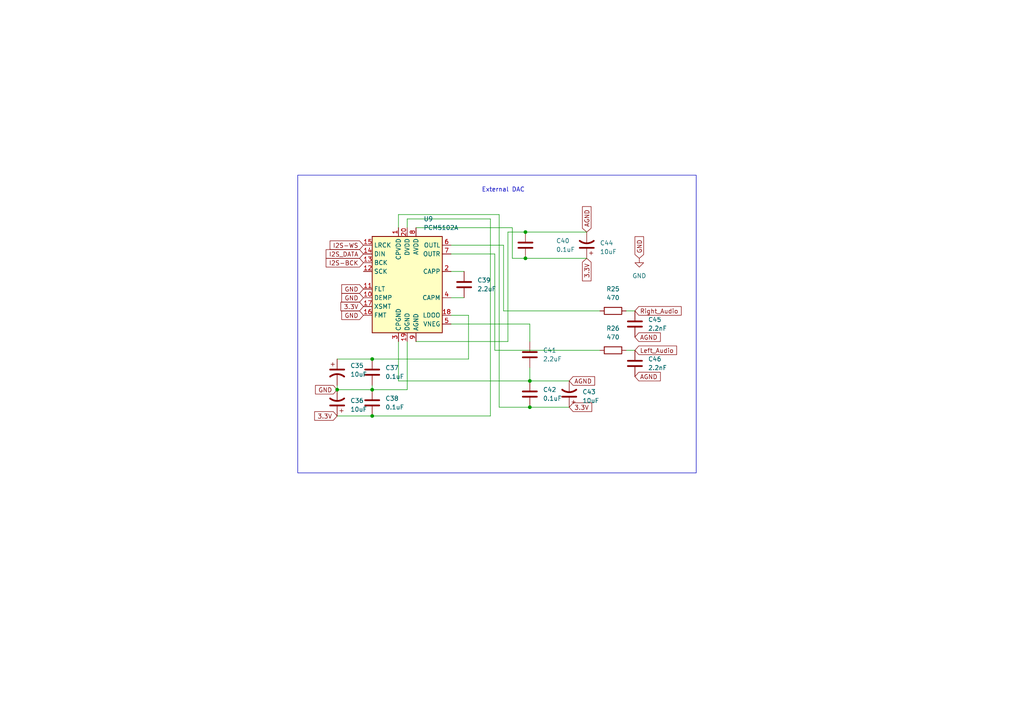
<source format=kicad_sch>
(kicad_sch (version 20230121) (generator eeschema)

  (uuid e00c110b-80b5-45b2-af76-2f8798159779)

  (paper "A4")

  (lib_symbols
    (symbol "Audio:PCM5102A" (in_bom yes) (on_board yes)
      (property "Reference" "U" (at -10.16 13.97 0)
        (effects (font (size 1.27 1.27)) (justify left))
      )
      (property "Value" "PCM5102A" (at 3.81 13.97 0)
        (effects (font (size 1.27 1.27)) (justify left))
      )
      (property "Footprint" "Package_SO:TSSOP-20_4.4x6.5mm_P0.65mm" (at 25.4 -16.51 0)
        (effects (font (size 1.27 1.27)) hide)
      )
      (property "Datasheet" "https://www.ti.com/lit/ds/symlink/pcm5102a.pdf" (at 0 0 0)
        (effects (font (size 1.27 1.27)) hide)
      )
      (property "ki_keywords" "audio dac 2ch 32bit 384kHz" (at 0 0 0)
        (effects (font (size 1.27 1.27)) hide)
      )
      (property "ki_description" "2.1 VRMS, 112dB Audio Stereo DAC with PLL and 32-bit, 384kHz PCM Interface, TSSOP-20" (at 0 0 0)
        (effects (font (size 1.27 1.27)) hide)
      )
      (property "ki_fp_filters" "TSSOP*4.4x6.5mm*P0.65mm*" (at 0 0 0)
        (effects (font (size 1.27 1.27)) hide)
      )
      (symbol "PCM5102A_0_1"
        (rectangle (start -10.16 12.7) (end 10.16 -15.24)
          (stroke (width 0.254) (type default))
          (fill (type background))
        )
      )
      (symbol "PCM5102A_1_1"
        (pin passive line (at -2.54 15.24 270) (length 2.54)
          (name "CPVDD" (effects (font (size 1.27 1.27))))
          (number "1" (effects (font (size 1.27 1.27))))
        )
        (pin input line (at -12.7 -5.08 0) (length 2.54)
          (name "DEMP" (effects (font (size 1.27 1.27))))
          (number "10" (effects (font (size 1.27 1.27))))
        )
        (pin input line (at -12.7 -2.54 0) (length 2.54)
          (name "FLT" (effects (font (size 1.27 1.27))))
          (number "11" (effects (font (size 1.27 1.27))))
        )
        (pin input line (at -12.7 2.54 0) (length 2.54)
          (name "SCK" (effects (font (size 1.27 1.27))))
          (number "12" (effects (font (size 1.27 1.27))))
        )
        (pin input line (at -12.7 5.08 0) (length 2.54)
          (name "BCK" (effects (font (size 1.27 1.27))))
          (number "13" (effects (font (size 1.27 1.27))))
        )
        (pin input line (at -12.7 7.62 0) (length 2.54)
          (name "DIN" (effects (font (size 1.27 1.27))))
          (number "14" (effects (font (size 1.27 1.27))))
        )
        (pin input line (at -12.7 10.16 0) (length 2.54)
          (name "LRCK" (effects (font (size 1.27 1.27))))
          (number "15" (effects (font (size 1.27 1.27))))
        )
        (pin input line (at -12.7 -10.16 0) (length 2.54)
          (name "FMT" (effects (font (size 1.27 1.27))))
          (number "16" (effects (font (size 1.27 1.27))))
        )
        (pin input line (at -12.7 -7.62 0) (length 2.54)
          (name "XSMT" (effects (font (size 1.27 1.27))))
          (number "17" (effects (font (size 1.27 1.27))))
        )
        (pin passive line (at 12.7 -10.16 180) (length 2.54)
          (name "LDOO" (effects (font (size 1.27 1.27))))
          (number "18" (effects (font (size 1.27 1.27))))
        )
        (pin power_in line (at 0 -17.78 90) (length 2.54)
          (name "DGND" (effects (font (size 1.27 1.27))))
          (number "19" (effects (font (size 1.27 1.27))))
        )
        (pin passive line (at 12.7 2.54 180) (length 2.54)
          (name "CAPP" (effects (font (size 1.27 1.27))))
          (number "2" (effects (font (size 1.27 1.27))))
        )
        (pin power_in line (at 0 15.24 270) (length 2.54)
          (name "DVDD" (effects (font (size 1.27 1.27))))
          (number "20" (effects (font (size 1.27 1.27))))
        )
        (pin power_in line (at -2.54 -17.78 90) (length 2.54)
          (name "CPGND" (effects (font (size 1.27 1.27))))
          (number "3" (effects (font (size 1.27 1.27))))
        )
        (pin passive line (at 12.7 -5.08 180) (length 2.54)
          (name "CAPM" (effects (font (size 1.27 1.27))))
          (number "4" (effects (font (size 1.27 1.27))))
        )
        (pin passive line (at 12.7 -12.7 180) (length 2.54)
          (name "VNEG" (effects (font (size 1.27 1.27))))
          (number "5" (effects (font (size 1.27 1.27))))
        )
        (pin output line (at 12.7 10.16 180) (length 2.54)
          (name "OUTL" (effects (font (size 1.27 1.27))))
          (number "6" (effects (font (size 1.27 1.27))))
        )
        (pin output line (at 12.7 7.62 180) (length 2.54)
          (name "OUTR" (effects (font (size 1.27 1.27))))
          (number "7" (effects (font (size 1.27 1.27))))
        )
        (pin power_in line (at 2.54 15.24 270) (length 2.54)
          (name "AVDD" (effects (font (size 1.27 1.27))))
          (number "8" (effects (font (size 1.27 1.27))))
        )
        (pin power_in line (at 2.54 -17.78 90) (length 2.54)
          (name "AGND" (effects (font (size 1.27 1.27))))
          (number "9" (effects (font (size 1.27 1.27))))
        )
      )
    )
    (symbol "Device:C" (pin_numbers hide) (pin_names (offset 0.254)) (in_bom yes) (on_board yes)
      (property "Reference" "C" (at 0.635 2.54 0)
        (effects (font (size 1.27 1.27)) (justify left))
      )
      (property "Value" "C" (at 0.635 -2.54 0)
        (effects (font (size 1.27 1.27)) (justify left))
      )
      (property "Footprint" "" (at 0.9652 -3.81 0)
        (effects (font (size 1.27 1.27)) hide)
      )
      (property "Datasheet" "~" (at 0 0 0)
        (effects (font (size 1.27 1.27)) hide)
      )
      (property "ki_keywords" "cap capacitor" (at 0 0 0)
        (effects (font (size 1.27 1.27)) hide)
      )
      (property "ki_description" "Unpolarized capacitor" (at 0 0 0)
        (effects (font (size 1.27 1.27)) hide)
      )
      (property "ki_fp_filters" "C_*" (at 0 0 0)
        (effects (font (size 1.27 1.27)) hide)
      )
      (symbol "C_0_1"
        (polyline
          (pts
            (xy -2.032 -0.762)
            (xy 2.032 -0.762)
          )
          (stroke (width 0.508) (type default))
          (fill (type none))
        )
        (polyline
          (pts
            (xy -2.032 0.762)
            (xy 2.032 0.762)
          )
          (stroke (width 0.508) (type default))
          (fill (type none))
        )
      )
      (symbol "C_1_1"
        (pin passive line (at 0 3.81 270) (length 2.794)
          (name "~" (effects (font (size 1.27 1.27))))
          (number "1" (effects (font (size 1.27 1.27))))
        )
        (pin passive line (at 0 -3.81 90) (length 2.794)
          (name "~" (effects (font (size 1.27 1.27))))
          (number "2" (effects (font (size 1.27 1.27))))
        )
      )
    )
    (symbol "Device:C_Polarized_US" (pin_numbers hide) (pin_names (offset 0.254) hide) (in_bom yes) (on_board yes)
      (property "Reference" "C" (at 0.635 2.54 0)
        (effects (font (size 1.27 1.27)) (justify left))
      )
      (property "Value" "C_Polarized_US" (at 0.635 -2.54 0)
        (effects (font (size 1.27 1.27)) (justify left))
      )
      (property "Footprint" "" (at 0 0 0)
        (effects (font (size 1.27 1.27)) hide)
      )
      (property "Datasheet" "~" (at 0 0 0)
        (effects (font (size 1.27 1.27)) hide)
      )
      (property "ki_keywords" "cap capacitor" (at 0 0 0)
        (effects (font (size 1.27 1.27)) hide)
      )
      (property "ki_description" "Polarized capacitor, US symbol" (at 0 0 0)
        (effects (font (size 1.27 1.27)) hide)
      )
      (property "ki_fp_filters" "CP_*" (at 0 0 0)
        (effects (font (size 1.27 1.27)) hide)
      )
      (symbol "C_Polarized_US_0_1"
        (polyline
          (pts
            (xy -2.032 0.762)
            (xy 2.032 0.762)
          )
          (stroke (width 0.508) (type default))
          (fill (type none))
        )
        (polyline
          (pts
            (xy -1.778 2.286)
            (xy -0.762 2.286)
          )
          (stroke (width 0) (type default))
          (fill (type none))
        )
        (polyline
          (pts
            (xy -1.27 1.778)
            (xy -1.27 2.794)
          )
          (stroke (width 0) (type default))
          (fill (type none))
        )
        (arc (start 2.032 -1.27) (mid 0 -0.5572) (end -2.032 -1.27)
          (stroke (width 0.508) (type default))
          (fill (type none))
        )
      )
      (symbol "C_Polarized_US_1_1"
        (pin passive line (at 0 3.81 270) (length 2.794)
          (name "~" (effects (font (size 1.27 1.27))))
          (number "1" (effects (font (size 1.27 1.27))))
        )
        (pin passive line (at 0 -3.81 90) (length 3.302)
          (name "~" (effects (font (size 1.27 1.27))))
          (number "2" (effects (font (size 1.27 1.27))))
        )
      )
    )
    (symbol "Device:R" (pin_numbers hide) (pin_names (offset 0)) (in_bom yes) (on_board yes)
      (property "Reference" "R" (at 2.032 0 90)
        (effects (font (size 1.27 1.27)))
      )
      (property "Value" "R" (at 0 0 90)
        (effects (font (size 1.27 1.27)))
      )
      (property "Footprint" "" (at -1.778 0 90)
        (effects (font (size 1.27 1.27)) hide)
      )
      (property "Datasheet" "~" (at 0 0 0)
        (effects (font (size 1.27 1.27)) hide)
      )
      (property "ki_keywords" "R res resistor" (at 0 0 0)
        (effects (font (size 1.27 1.27)) hide)
      )
      (property "ki_description" "Resistor" (at 0 0 0)
        (effects (font (size 1.27 1.27)) hide)
      )
      (property "ki_fp_filters" "R_*" (at 0 0 0)
        (effects (font (size 1.27 1.27)) hide)
      )
      (symbol "R_0_1"
        (rectangle (start -1.016 -2.54) (end 1.016 2.54)
          (stroke (width 0.254) (type default))
          (fill (type none))
        )
      )
      (symbol "R_1_1"
        (pin passive line (at 0 3.81 270) (length 1.27)
          (name "~" (effects (font (size 1.27 1.27))))
          (number "1" (effects (font (size 1.27 1.27))))
        )
        (pin passive line (at 0 -3.81 90) (length 1.27)
          (name "~" (effects (font (size 1.27 1.27))))
          (number "2" (effects (font (size 1.27 1.27))))
        )
      )
    )
    (symbol "power:GND" (power) (pin_names (offset 0)) (in_bom yes) (on_board yes)
      (property "Reference" "#PWR" (at 0 -6.35 0)
        (effects (font (size 1.27 1.27)) hide)
      )
      (property "Value" "GND" (at 0 -3.81 0)
        (effects (font (size 1.27 1.27)))
      )
      (property "Footprint" "" (at 0 0 0)
        (effects (font (size 1.27 1.27)) hide)
      )
      (property "Datasheet" "" (at 0 0 0)
        (effects (font (size 1.27 1.27)) hide)
      )
      (property "ki_keywords" "global power" (at 0 0 0)
        (effects (font (size 1.27 1.27)) hide)
      )
      (property "ki_description" "Power symbol creates a global label with name \"GND\" , ground" (at 0 0 0)
        (effects (font (size 1.27 1.27)) hide)
      )
      (symbol "GND_0_1"
        (polyline
          (pts
            (xy 0 0)
            (xy 0 -1.27)
            (xy 1.27 -1.27)
            (xy 0 -2.54)
            (xy -1.27 -1.27)
            (xy 0 -1.27)
          )
          (stroke (width 0) (type default))
          (fill (type none))
        )
      )
      (symbol "GND_1_1"
        (pin power_in line (at 0 0 270) (length 0) hide
          (name "GND" (effects (font (size 1.27 1.27))))
          (number "1" (effects (font (size 1.27 1.27))))
        )
      )
    )
  )

  (junction (at 153.67 110.49) (diameter 0) (color 0 0 0 0)
    (uuid 0422ed0a-3f4e-4f3d-9074-5763fbf8cad8)
  )
  (junction (at 107.95 104.14) (diameter 0) (color 0 0 0 0)
    (uuid 27efa5a4-545e-4eff-af9b-d4ac49b6c20f)
  )
  (junction (at 153.67 118.11) (diameter 0) (color 0 0 0 0)
    (uuid 56056574-8f69-4b68-b3ec-f214877e8d89)
  )
  (junction (at 152.4 67.31) (diameter 0) (color 0 0 0 0)
    (uuid 9ab21857-f4b6-402f-95a9-64c08ffa20fc)
  )
  (junction (at 107.95 113.03) (diameter 0) (color 0 0 0 0)
    (uuid c2e7552d-c0bb-4a71-85e9-16d0037968bb)
  )
  (junction (at 107.95 120.65) (diameter 0) (color 0 0 0 0)
    (uuid c87db355-012c-490b-ac32-e00ff8ff5802)
  )
  (junction (at 152.4 74.93) (diameter 0) (color 0 0 0 0)
    (uuid cedf0dfd-010c-46a5-b8a3-81142e2db8c4)
  )
  (junction (at 97.79 113.03) (diameter 0) (color 0 0 0 0)
    (uuid d431b485-5a8c-4771-9510-3f58893d0cb7)
  )

  (wire (pts (xy 97.79 111.76) (xy 97.79 113.03))
    (stroke (width 0) (type default))
    (uuid 030f7f2c-c70a-4c4d-8c3f-979c023dc640)
  )
  (wire (pts (xy 118.11 63.5) (xy 118.11 66.04))
    (stroke (width 0) (type default))
    (uuid 086d20c6-1c91-4c8d-8825-457f8833a787)
  )
  (wire (pts (xy 130.81 86.36) (xy 134.62 86.36))
    (stroke (width 0) (type default))
    (uuid 0c6031e6-134e-4842-a88b-4dd5633f3a38)
  )
  (wire (pts (xy 115.57 99.06) (xy 115.57 110.49))
    (stroke (width 0) (type default))
    (uuid 0fa3b4d2-6590-4588-8fac-65f783f80cf8)
  )
  (wire (pts (xy 107.95 120.65) (xy 142.24 120.65))
    (stroke (width 0) (type default))
    (uuid 0fbbcef3-3fa9-4572-b9e3-0827f9d7c758)
  )
  (wire (pts (xy 130.81 78.74) (xy 134.62 78.74))
    (stroke (width 0) (type default))
    (uuid 1be3d3c2-c488-4846-96f3-5160a266bfe5)
  )
  (wire (pts (xy 144.78 118.11) (xy 153.67 118.11))
    (stroke (width 0) (type default))
    (uuid 1cfed9a2-100c-454a-892f-9fdc3452f921)
  )
  (wire (pts (xy 143.51 101.6) (xy 173.99 101.6))
    (stroke (width 0) (type default))
    (uuid 1df8cd36-ab93-42ca-9283-543640d56086)
  )
  (wire (pts (xy 107.95 113.03) (xy 118.11 113.03))
    (stroke (width 0) (type default))
    (uuid 2a151263-eaf6-4adc-9a5a-8ff758bf1944)
  )
  (wire (pts (xy 115.57 110.49) (xy 153.67 110.49))
    (stroke (width 0) (type default))
    (uuid 2ae657f5-020b-42da-b1be-b6a827160e7e)
  )
  (wire (pts (xy 97.79 120.65) (xy 107.95 120.65))
    (stroke (width 0) (type default))
    (uuid 329a5dca-606a-490b-ac31-7d1c2053d3d3)
  )
  (wire (pts (xy 148.59 66.04) (xy 148.59 74.93))
    (stroke (width 0) (type default))
    (uuid 34269eee-12c9-41ed-a72a-479f781eff3f)
  )
  (wire (pts (xy 153.67 93.98) (xy 153.67 99.06))
    (stroke (width 0) (type default))
    (uuid 473f44cd-dcaa-4c70-8cf0-557e87ca0f14)
  )
  (wire (pts (xy 142.24 120.65) (xy 142.24 63.5))
    (stroke (width 0) (type default))
    (uuid 4a3729e9-fbd3-4346-a14b-ee33eebf10cd)
  )
  (wire (pts (xy 153.67 110.49) (xy 165.1 110.49))
    (stroke (width 0) (type default))
    (uuid 5881bc2a-f596-4ec8-b959-8c74230a7760)
  )
  (wire (pts (xy 146.05 71.12) (xy 146.05 90.17))
    (stroke (width 0) (type default))
    (uuid 5a03b017-b023-47e6-a356-6812c8dcf145)
  )
  (wire (pts (xy 152.4 74.93) (xy 170.18 74.93))
    (stroke (width 0) (type default))
    (uuid 618b79d8-9e10-4564-afa7-7bf2e3979d92)
  )
  (wire (pts (xy 181.61 90.17) (xy 184.15 90.17))
    (stroke (width 0) (type default))
    (uuid 6ba4c7af-5243-41e4-8d4a-615586395a2a)
  )
  (wire (pts (xy 143.51 73.66) (xy 143.51 101.6))
    (stroke (width 0) (type default))
    (uuid 6cea33e0-4780-463a-83b4-35049ae02d6e)
  )
  (wire (pts (xy 107.95 111.76) (xy 107.95 113.03))
    (stroke (width 0) (type default))
    (uuid 8358ab5c-682e-4e9a-8988-b005c15ed92a)
  )
  (wire (pts (xy 153.67 106.68) (xy 153.67 110.49))
    (stroke (width 0) (type default))
    (uuid 883923ad-b9bb-48bf-9915-783d0bd06e7c)
  )
  (wire (pts (xy 135.89 104.14) (xy 135.89 91.44))
    (stroke (width 0) (type default))
    (uuid 8a858698-999e-4609-9185-7b315e41603c)
  )
  (wire (pts (xy 130.81 73.66) (xy 143.51 73.66))
    (stroke (width 0) (type default))
    (uuid 8f0d2333-801f-4fcb-be08-ffd24ebc27a0)
  )
  (wire (pts (xy 118.11 113.03) (xy 118.11 99.06))
    (stroke (width 0) (type default))
    (uuid 9beeb438-813e-4971-bc99-62724e88a69e)
  )
  (wire (pts (xy 115.57 62.23) (xy 144.78 62.23))
    (stroke (width 0) (type default))
    (uuid a6e10924-452e-4805-8999-d68a328e406e)
  )
  (wire (pts (xy 152.4 67.31) (xy 170.18 67.31))
    (stroke (width 0) (type default))
    (uuid a894ef71-8236-445b-9825-1fb04066639c)
  )
  (wire (pts (xy 97.79 104.14) (xy 107.95 104.14))
    (stroke (width 0) (type default))
    (uuid aa474ff2-f725-45ff-89fb-29a52cc06992)
  )
  (wire (pts (xy 153.67 118.11) (xy 165.1 118.11))
    (stroke (width 0) (type default))
    (uuid b5cdcf97-689e-4c19-a882-24e5174722f7)
  )
  (wire (pts (xy 181.61 101.6) (xy 184.15 101.6))
    (stroke (width 0) (type default))
    (uuid b8ec7f55-7d52-4e29-9d21-5836d8d4f486)
  )
  (wire (pts (xy 146.05 90.17) (xy 173.99 90.17))
    (stroke (width 0) (type default))
    (uuid d19fd54d-0fd4-47a1-a7ce-1b5a6927d6a9)
  )
  (wire (pts (xy 142.24 63.5) (xy 118.11 63.5))
    (stroke (width 0) (type default))
    (uuid d3bce5c2-a153-4272-9284-7795ca0bc4d6)
  )
  (wire (pts (xy 148.59 74.93) (xy 152.4 74.93))
    (stroke (width 0) (type default))
    (uuid d5bcbd2e-ce59-43a7-8dbe-d31d3c62b81b)
  )
  (wire (pts (xy 130.81 93.98) (xy 153.67 93.98))
    (stroke (width 0) (type default))
    (uuid daef4eb4-31dc-484c-8dd9-60da84925938)
  )
  (wire (pts (xy 107.95 104.14) (xy 135.89 104.14))
    (stroke (width 0) (type default))
    (uuid dde7d9b1-1b7d-43ba-b88a-4aa6f549f9fe)
  )
  (wire (pts (xy 135.89 91.44) (xy 130.81 91.44))
    (stroke (width 0) (type default))
    (uuid e1634e97-4f7c-4811-b887-4b04b8f59906)
  )
  (wire (pts (xy 147.32 67.31) (xy 152.4 67.31))
    (stroke (width 0) (type default))
    (uuid e37a8e7c-cd4d-4f75-a659-079bd25bf7e6)
  )
  (wire (pts (xy 97.79 113.03) (xy 107.95 113.03))
    (stroke (width 0) (type default))
    (uuid e700421d-c322-420f-b3a8-4bafb81fc728)
  )
  (wire (pts (xy 120.65 66.04) (xy 148.59 66.04))
    (stroke (width 0) (type default))
    (uuid e9291826-406b-4838-ae67-afb63004681b)
  )
  (wire (pts (xy 115.57 66.04) (xy 115.57 62.23))
    (stroke (width 0) (type default))
    (uuid ee811849-134c-4e94-9d72-555c4260d0b8)
  )
  (wire (pts (xy 120.65 99.06) (xy 147.32 99.06))
    (stroke (width 0) (type default))
    (uuid f1d3fdeb-0c11-44d6-a800-d4f70c2fac83)
  )
  (wire (pts (xy 130.81 71.12) (xy 146.05 71.12))
    (stroke (width 0) (type default))
    (uuid f286cbc7-b2a3-4e0a-8d54-e6052da96446)
  )
  (wire (pts (xy 144.78 62.23) (xy 144.78 118.11))
    (stroke (width 0) (type default))
    (uuid f68aea2d-41c1-4c2f-bb26-911c2d29409c)
  )
  (wire (pts (xy 147.32 99.06) (xy 147.32 67.31))
    (stroke (width 0) (type default))
    (uuid fea07d24-77fc-4842-bc39-fa2fc2b2bbf4)
  )

  (rectangle (start 86.36 50.8) (end 201.93 137.16)
    (stroke (width 0) (type default))
    (fill (type none))
    (uuid b40ccf9d-d7c9-4384-8d51-cc10dd3f6463)
  )

  (text "External DAC" (at 139.7 55.88 0)
    (effects (font (size 1.27 1.27)) (justify left bottom))
    (uuid b8c456c4-c86c-4237-b761-9b13eeb2cafd)
  )

  (global_label "I2S_DATA" (shape input) (at 105.41 73.66 180) (fields_autoplaced)
    (effects (font (size 1.27 1.27)) (justify right))
    (uuid 0091c02c-2a2e-4982-8a83-e33d40b96e2e)
    (property "Intersheetrefs" "${INTERSHEET_REFS}" (at 94.0186 73.66 0)
      (effects (font (size 1.27 1.27)) (justify right) hide)
    )
  )
  (global_label "Right_Audio" (shape input) (at 184.15 90.17 0) (fields_autoplaced)
    (effects (font (size 1.27 1.27)) (justify left))
    (uuid 021d0fad-ae4b-4045-98c0-f02bc27eccef)
    (property "Intersheetrefs" "${INTERSHEET_REFS}" (at 198.1417 90.17 0)
      (effects (font (size 1.27 1.27)) (justify left) hide)
    )
  )
  (global_label "GND" (shape input) (at 105.41 83.82 180) (fields_autoplaced)
    (effects (font (size 1.27 1.27)) (justify right))
    (uuid 0ebd35cc-dd3f-4316-b155-f15fcaa9923f)
    (property "Intersheetrefs" "${INTERSHEET_REFS}" (at 98.5543 83.82 0)
      (effects (font (size 1.27 1.27)) (justify right) hide)
    )
  )
  (global_label "GND" (shape input) (at 105.41 91.44 180) (fields_autoplaced)
    (effects (font (size 1.27 1.27)) (justify right))
    (uuid 26856e5c-8b91-4663-a907-09335363f1f6)
    (property "Intersheetrefs" "${INTERSHEET_REFS}" (at 98.5543 91.44 0)
      (effects (font (size 1.27 1.27)) (justify right) hide)
    )
  )
  (global_label "AGND" (shape input) (at 184.15 109.22 0) (fields_autoplaced)
    (effects (font (size 1.27 1.27)) (justify left))
    (uuid 29ad4ec0-4145-400e-a2d6-4f43bba1d3a0)
    (property "Intersheetrefs" "${INTERSHEET_REFS}" (at 192.0943 109.22 0)
      (effects (font (size 1.27 1.27)) (justify left) hide)
    )
  )
  (global_label "AGND" (shape input) (at 170.18 67.31 90) (fields_autoplaced)
    (effects (font (size 1.27 1.27)) (justify left))
    (uuid 86678bcb-da39-402d-ada1-4a23f4d5fd12)
    (property "Intersheetrefs" "${INTERSHEET_REFS}" (at 170.18 59.3657 90)
      (effects (font (size 1.27 1.27)) (justify left) hide)
    )
  )
  (global_label "3.3V" (shape input) (at 165.1 118.11 0) (fields_autoplaced)
    (effects (font (size 1.27 1.27)) (justify left))
    (uuid 88827ff1-5eac-4dc9-b60b-c54c357710b8)
    (property "Intersheetrefs" "${INTERSHEET_REFS}" (at 172.1976 118.11 0)
      (effects (font (size 1.27 1.27)) (justify left) hide)
    )
  )
  (global_label "3.3V" (shape input) (at 170.18 74.93 270) (fields_autoplaced)
    (effects (font (size 1.27 1.27)) (justify right))
    (uuid 8fa1ac38-64f9-4b87-9702-9a4f981b9202)
    (property "Intersheetrefs" "${INTERSHEET_REFS}" (at 170.18 82.0276 90)
      (effects (font (size 1.27 1.27)) (justify right) hide)
    )
  )
  (global_label "I2S-BCK" (shape input) (at 105.41 76.2 180) (fields_autoplaced)
    (effects (font (size 1.27 1.27)) (justify right))
    (uuid 982f055b-2a3a-4851-8185-20b294ca0827)
    (property "Intersheetrefs" "${INTERSHEET_REFS}" (at 94.0186 76.2 0)
      (effects (font (size 1.27 1.27)) (justify right) hide)
    )
  )
  (global_label "Left_Audio" (shape input) (at 184.15 101.6 0) (fields_autoplaced)
    (effects (font (size 1.27 1.27)) (justify left))
    (uuid a676d11a-4796-4900-8f14-99526c398704)
    (property "Intersheetrefs" "${INTERSHEET_REFS}" (at 196.8113 101.6 0)
      (effects (font (size 1.27 1.27)) (justify left) hide)
    )
  )
  (global_label "AGND" (shape input) (at 184.15 97.79 0) (fields_autoplaced)
    (effects (font (size 1.27 1.27)) (justify left))
    (uuid aace6c89-c214-447e-b901-e315e8248b9a)
    (property "Intersheetrefs" "${INTERSHEET_REFS}" (at 192.0943 97.79 0)
      (effects (font (size 1.27 1.27)) (justify left) hide)
    )
  )
  (global_label "GND" (shape input) (at 97.79 113.03 180) (fields_autoplaced)
    (effects (font (size 1.27 1.27)) (justify right))
    (uuid b97296bb-d91d-4c44-b367-5dd74f1739a3)
    (property "Intersheetrefs" "${INTERSHEET_REFS}" (at 90.9343 113.03 0)
      (effects (font (size 1.27 1.27)) (justify right) hide)
    )
  )
  (global_label "I2S-WS" (shape input) (at 105.41 71.12 180) (fields_autoplaced)
    (effects (font (size 1.27 1.27)) (justify right))
    (uuid be677231-0081-48d7-827e-4fbb8ab316c7)
    (property "Intersheetrefs" "${INTERSHEET_REFS}" (at 95.1677 71.12 0)
      (effects (font (size 1.27 1.27)) (justify right) hide)
    )
  )
  (global_label "AGND" (shape input) (at 165.1 110.49 0) (fields_autoplaced)
    (effects (font (size 1.27 1.27)) (justify left))
    (uuid c5bc7a5d-c0da-4e9b-a8e5-881768cfc3c3)
    (property "Intersheetrefs" "${INTERSHEET_REFS}" (at 173.0443 110.49 0)
      (effects (font (size 1.27 1.27)) (justify left) hide)
    )
  )
  (global_label "3.3V" (shape input) (at 97.79 120.65 180) (fields_autoplaced)
    (effects (font (size 1.27 1.27)) (justify right))
    (uuid ce758eb4-d6db-43ff-a59c-df74e6da1acd)
    (property "Intersheetrefs" "${INTERSHEET_REFS}" (at 90.6924 120.65 0)
      (effects (font (size 1.27 1.27)) (justify right) hide)
    )
  )
  (global_label "GND" (shape input) (at 105.41 86.36 180) (fields_autoplaced)
    (effects (font (size 1.27 1.27)) (justify right))
    (uuid cfc74f66-84b5-4e61-89b2-b9ff0534b926)
    (property "Intersheetrefs" "${INTERSHEET_REFS}" (at 98.5543 86.36 0)
      (effects (font (size 1.27 1.27)) (justify right) hide)
    )
  )
  (global_label "GND" (shape input) (at 185.42 74.93 90) (fields_autoplaced)
    (effects (font (size 1.27 1.27)) (justify left))
    (uuid d77d4abf-fb3b-4cc4-8028-13fa8817f988)
    (property "Intersheetrefs" "${INTERSHEET_REFS}" (at 185.42 68.0743 90)
      (effects (font (size 1.27 1.27)) (justify left) hide)
    )
  )
  (global_label "3.3V" (shape input) (at 105.41 88.9 180) (fields_autoplaced)
    (effects (font (size 1.27 1.27)) (justify right))
    (uuid f4f83195-7391-4eba-8abc-643e7b9f274b)
    (property "Intersheetrefs" "${INTERSHEET_REFS}" (at 98.3124 88.9 0)
      (effects (font (size 1.27 1.27)) (justify right) hide)
    )
  )

  (symbol (lib_id "Device:C") (at 153.67 102.87 0) (unit 1)
    (in_bom yes) (on_board yes) (dnp no) (fields_autoplaced)
    (uuid 08077be5-6f24-4e3d-909e-16053b5f99bf)
    (property "Reference" "C41" (at 157.48 101.6 0)
      (effects (font (size 1.27 1.27)) (justify left))
    )
    (property "Value" "2.2uF" (at 157.48 104.14 0)
      (effects (font (size 1.27 1.27)) (justify left))
    )
    (property "Footprint" "Capacitor_SMD:C_0805_2012Metric" (at 154.6352 106.68 0)
      (effects (font (size 1.27 1.27)) hide)
    )
    (property "Datasheet" "~" (at 153.67 102.87 0)
      (effects (font (size 1.27 1.27)) hide)
    )
    (pin "1" (uuid 2817d7ca-fdd7-40b2-8cf4-7e1e41e7839e))
    (pin "2" (uuid 33d125ec-62bf-4c62-88e8-c4987bd8ff9f))
    (instances
      (project "PCB_Main_Final"
        (path "/5fa6a8c8-9ad6-4b48-aee7-61e4b0c7a157/8b7c8cc8-9480-405b-b5be-278f5e2d8027"
          (reference "C41") (unit 1)
        )
      )
    )
  )

  (symbol (lib_id "Device:C") (at 184.15 105.41 0) (unit 1)
    (in_bom yes) (on_board yes) (dnp no) (fields_autoplaced)
    (uuid 0af337d6-652b-47a6-a888-1c5d01c467a9)
    (property "Reference" "C46" (at 187.96 104.14 0)
      (effects (font (size 1.27 1.27)) (justify left))
    )
    (property "Value" "2.2nF" (at 187.96 106.68 0)
      (effects (font (size 1.27 1.27)) (justify left))
    )
    (property "Footprint" "Capacitor_SMD:C_0805_2012Metric" (at 185.1152 109.22 0)
      (effects (font (size 1.27 1.27)) hide)
    )
    (property "Datasheet" "~" (at 184.15 105.41 0)
      (effects (font (size 1.27 1.27)) hide)
    )
    (pin "1" (uuid 0248b3d0-2e9c-4d19-bd0d-9e072f8e8f51))
    (pin "2" (uuid a34abf9c-d550-4e8f-b217-ee67ced3dd2e))
    (instances
      (project "PCB_Main_Final"
        (path "/5fa6a8c8-9ad6-4b48-aee7-61e4b0c7a157/8b7c8cc8-9480-405b-b5be-278f5e2d8027"
          (reference "C46") (unit 1)
        )
      )
    )
  )

  (symbol (lib_id "Device:C") (at 152.4 71.12 0) (unit 1)
    (in_bom yes) (on_board yes) (dnp no)
    (uuid 147c9554-046a-486e-8ac9-07baec23dbd6)
    (property "Reference" "C40" (at 161.29 69.85 0)
      (effects (font (size 1.27 1.27)) (justify left))
    )
    (property "Value" "0.1uF" (at 161.29 72.39 0)
      (effects (font (size 1.27 1.27)) (justify left))
    )
    (property "Footprint" "Capacitor_SMD:C_0805_2012Metric" (at 153.3652 74.93 0)
      (effects (font (size 1.27 1.27)) hide)
    )
    (property "Datasheet" "~" (at 152.4 71.12 0)
      (effects (font (size 1.27 1.27)) hide)
    )
    (pin "1" (uuid c2ba78ea-d0d4-4234-8896-98f6260017e2))
    (pin "2" (uuid 2d345cf1-f0d6-4294-acbf-61f4da0ae17f))
    (instances
      (project "PCB_Main_Final"
        (path "/5fa6a8c8-9ad6-4b48-aee7-61e4b0c7a157/8b7c8cc8-9480-405b-b5be-278f5e2d8027"
          (reference "C40") (unit 1)
        )
      )
    )
  )

  (symbol (lib_id "Audio:PCM5102A") (at 118.11 81.28 0) (unit 1)
    (in_bom yes) (on_board yes) (dnp no) (fields_autoplaced)
    (uuid 1ae9645c-9d8e-4192-a4c6-ce6798a59815)
    (property "Reference" "U9" (at 122.8441 63.5 0)
      (effects (font (size 1.27 1.27)) (justify left))
    )
    (property "Value" "PCM5102A" (at 122.8441 66.04 0)
      (effects (font (size 1.27 1.27)) (justify left))
    )
    (property "Footprint" "Package_SO:TSSOP-20_4.4x6.5mm_P0.65mm" (at 143.51 97.79 0)
      (effects (font (size 1.27 1.27)) hide)
    )
    (property "Datasheet" "https://www.ti.com/lit/ds/symlink/pcm5102a.pdf" (at 118.11 81.28 0)
      (effects (font (size 1.27 1.27)) hide)
    )
    (pin "1" (uuid 6eb78757-1411-4c98-91bb-f44a7c7a4663))
    (pin "18" (uuid 4d088fe2-6fc3-46ea-b876-6cb3b333eca6))
    (pin "14" (uuid f190cb8f-7cc0-49a6-8e99-42b79bd06a4f))
    (pin "19" (uuid 4efd6a28-5abc-4ea2-b812-306542259649))
    (pin "2" (uuid d292d0b0-8d8b-49cd-b29b-cfb63ac533f7))
    (pin "5" (uuid 36182d51-c9d1-44fe-a544-1b918e30fc47))
    (pin "6" (uuid c0859571-ab16-4b88-b758-4f37c19bc378))
    (pin "10" (uuid 2eb44106-c93b-41d2-9a62-310cc1c2de65))
    (pin "15" (uuid 0950e76a-33f9-4c7c-9b4b-1479832bf8d5))
    (pin "12" (uuid 314aad7c-8520-4bf8-86c4-57b665feaa6a))
    (pin "16" (uuid 5f1736a8-7c9f-4d52-bf92-bb67e08a9f8d))
    (pin "13" (uuid 89bb6e0c-5033-4e2b-b351-2baf381852d6))
    (pin "3" (uuid 24aead31-627b-4366-9dbe-027766905c36))
    (pin "17" (uuid df46aa27-aa4b-429e-ac0f-4a70a6ff7753))
    (pin "8" (uuid 9c25ba8c-69de-42e5-bfc5-8b15d7701df8))
    (pin "4" (uuid a6022ffc-1c07-4281-81e8-51c5d3c32f67))
    (pin "11" (uuid d3fd2ab8-1eb9-48a6-b605-79ba62490a65))
    (pin "7" (uuid c721181e-7cb7-4d36-b3f1-f6e3837cd0ca))
    (pin "9" (uuid cc86fafc-87e7-4a9f-9e56-f2833ff36bd3))
    (pin "20" (uuid 92b8daca-698f-4660-9268-bb451f808038))
    (instances
      (project "PCB_Main_Final"
        (path "/5fa6a8c8-9ad6-4b48-aee7-61e4b0c7a157/8b7c8cc8-9480-405b-b5be-278f5e2d8027"
          (reference "U9") (unit 1)
        )
      )
    )
  )

  (symbol (lib_id "Device:C_Polarized_US") (at 165.1 114.3 180) (unit 1)
    (in_bom yes) (on_board yes) (dnp no) (fields_autoplaced)
    (uuid 2495567f-ce57-4c39-b322-2ebb64f7cd0e)
    (property "Reference" "C43" (at 168.91 113.665 0)
      (effects (font (size 1.27 1.27)) (justify right))
    )
    (property "Value" "10uF" (at 168.91 116.205 0)
      (effects (font (size 1.27 1.27)) (justify right))
    )
    (property "Footprint" "Artisyn_Components:EX_DAC_ELEC_CAPS_10uF" (at 165.1 114.3 0)
      (effects (font (size 1.27 1.27)) hide)
    )
    (property "Datasheet" "~" (at 165.1 114.3 0)
      (effects (font (size 1.27 1.27)) hide)
    )
    (pin "2" (uuid 33862f00-d5bf-4291-897a-539ec4ff1870))
    (pin "1" (uuid fbb74a47-609e-4c5f-9536-ba7bd151eae7))
    (instances
      (project "PCB_Main_Final"
        (path "/5fa6a8c8-9ad6-4b48-aee7-61e4b0c7a157/8b7c8cc8-9480-405b-b5be-278f5e2d8027"
          (reference "C43") (unit 1)
        )
      )
    )
  )

  (symbol (lib_id "Device:R") (at 177.8 101.6 90) (unit 1)
    (in_bom yes) (on_board yes) (dnp no) (fields_autoplaced)
    (uuid 7b36cdb1-68c7-49cc-a3a8-a35636c02ae5)
    (property "Reference" "R26" (at 177.8 95.25 90)
      (effects (font (size 1.27 1.27)))
    )
    (property "Value" "470" (at 177.8 97.79 90)
      (effects (font (size 1.27 1.27)))
    )
    (property "Footprint" "Resistor_SMD:R_0805_2012Metric" (at 177.8 103.378 90)
      (effects (font (size 1.27 1.27)) hide)
    )
    (property "Datasheet" "~" (at 177.8 101.6 0)
      (effects (font (size 1.27 1.27)) hide)
    )
    (pin "1" (uuid 320a952d-292f-4ddc-a086-7bce37990062))
    (pin "2" (uuid 6aa2aa8e-aced-4199-91e3-1ec800615ed0))
    (instances
      (project "PCB_Main_Final"
        (path "/5fa6a8c8-9ad6-4b48-aee7-61e4b0c7a157/8b7c8cc8-9480-405b-b5be-278f5e2d8027"
          (reference "R26") (unit 1)
        )
      )
    )
  )

  (symbol (lib_id "Device:C") (at 107.95 116.84 0) (unit 1)
    (in_bom yes) (on_board yes) (dnp no) (fields_autoplaced)
    (uuid 7fbdb66c-76cf-458b-9a9c-6b55778cc74d)
    (property "Reference" "C38" (at 111.76 115.57 0)
      (effects (font (size 1.27 1.27)) (justify left))
    )
    (property "Value" "0.1uF" (at 111.76 118.11 0)
      (effects (font (size 1.27 1.27)) (justify left))
    )
    (property "Footprint" "Capacitor_SMD:C_0805_2012Metric" (at 108.9152 120.65 0)
      (effects (font (size 1.27 1.27)) hide)
    )
    (property "Datasheet" "~" (at 107.95 116.84 0)
      (effects (font (size 1.27 1.27)) hide)
    )
    (pin "1" (uuid 680c8c83-da85-459c-b9d4-73c7493ec60d))
    (pin "2" (uuid f74021ac-ca2c-4d5a-96c0-eb3cf428f0ca))
    (instances
      (project "PCB_Main_Final"
        (path "/5fa6a8c8-9ad6-4b48-aee7-61e4b0c7a157/8b7c8cc8-9480-405b-b5be-278f5e2d8027"
          (reference "C38") (unit 1)
        )
      )
    )
  )

  (symbol (lib_id "power:GND") (at 185.42 74.93 0) (unit 1)
    (in_bom yes) (on_board yes) (dnp no)
    (uuid 8b4d7bf6-b8db-4fac-8ce0-072adf1b0804)
    (property "Reference" "#PWR05" (at 185.42 81.28 0)
      (effects (font (size 1.27 1.27)) hide)
    )
    (property "Value" "GND" (at 185.42 80.01 0)
      (effects (font (size 1.27 1.27)))
    )
    (property "Footprint" "" (at 185.42 74.93 0)
      (effects (font (size 1.27 1.27)) hide)
    )
    (property "Datasheet" "" (at 185.42 74.93 0)
      (effects (font (size 1.27 1.27)) hide)
    )
    (pin "1" (uuid e06fd4b1-0b41-4ff4-8434-e005046659bf))
    (instances
      (project "PCB_Main_Final"
        (path "/5fa6a8c8-9ad6-4b48-aee7-61e4b0c7a157/8b7c8cc8-9480-405b-b5be-278f5e2d8027"
          (reference "#PWR05") (unit 1)
        )
      )
    )
  )

  (symbol (lib_id "Device:C_Polarized_US") (at 97.79 107.95 0) (unit 1)
    (in_bom yes) (on_board yes) (dnp no) (fields_autoplaced)
    (uuid 8d9dde74-74ae-446f-8f98-aec5880a91e1)
    (property "Reference" "C35" (at 101.6 106.045 0)
      (effects (font (size 1.27 1.27)) (justify left))
    )
    (property "Value" "10uF" (at 101.6 108.585 0)
      (effects (font (size 1.27 1.27)) (justify left))
    )
    (property "Footprint" "Artisyn_Components:EX_DAC_ELEC_CAPS_10uF" (at 97.79 107.95 0)
      (effects (font (size 1.27 1.27)) hide)
    )
    (property "Datasheet" "~" (at 97.79 107.95 0)
      (effects (font (size 1.27 1.27)) hide)
    )
    (pin "2" (uuid 691bd6cf-70f7-4d5e-96b7-76230442c7e9))
    (pin "1" (uuid ff4752e7-d414-4fd4-b586-0d30445286e7))
    (instances
      (project "PCB_Main_Final"
        (path "/5fa6a8c8-9ad6-4b48-aee7-61e4b0c7a157/8b7c8cc8-9480-405b-b5be-278f5e2d8027"
          (reference "C35") (unit 1)
        )
      )
    )
  )

  (symbol (lib_id "Device:R") (at 177.8 90.17 90) (unit 1)
    (in_bom yes) (on_board yes) (dnp no) (fields_autoplaced)
    (uuid 95ce8e6b-581b-4d44-88de-973068ab1688)
    (property "Reference" "R25" (at 177.8 83.82 90)
      (effects (font (size 1.27 1.27)))
    )
    (property "Value" "470" (at 177.8 86.36 90)
      (effects (font (size 1.27 1.27)))
    )
    (property "Footprint" "Resistor_SMD:R_0805_2012Metric" (at 177.8 91.948 90)
      (effects (font (size 1.27 1.27)) hide)
    )
    (property "Datasheet" "~" (at 177.8 90.17 0)
      (effects (font (size 1.27 1.27)) hide)
    )
    (pin "1" (uuid 5be59236-f3fb-477d-a5d9-3d7374af1287))
    (pin "2" (uuid 62a403d1-dfb7-421a-bba1-6722a167990f))
    (instances
      (project "PCB_Main_Final"
        (path "/5fa6a8c8-9ad6-4b48-aee7-61e4b0c7a157/8b7c8cc8-9480-405b-b5be-278f5e2d8027"
          (reference "R25") (unit 1)
        )
      )
    )
  )

  (symbol (lib_id "Device:C_Polarized_US") (at 97.79 116.84 180) (unit 1)
    (in_bom yes) (on_board yes) (dnp no) (fields_autoplaced)
    (uuid a00900cc-2136-44c7-989f-efdc90ed0e4b)
    (property "Reference" "C36" (at 101.6 116.205 0)
      (effects (font (size 1.27 1.27)) (justify right))
    )
    (property "Value" "10uF" (at 101.6 118.745 0)
      (effects (font (size 1.27 1.27)) (justify right))
    )
    (property "Footprint" "Artisyn_Components:EX_DAC_ELEC_CAPS_10uF" (at 97.79 116.84 0)
      (effects (font (size 1.27 1.27)) hide)
    )
    (property "Datasheet" "~" (at 97.79 116.84 0)
      (effects (font (size 1.27 1.27)) hide)
    )
    (pin "2" (uuid c9e91ea6-2522-47fd-ac9b-e0191d7ca5d3))
    (pin "1" (uuid 5642fed8-f4c4-458d-b38f-4d449d9ceeef))
    (instances
      (project "PCB_Main_Final"
        (path "/5fa6a8c8-9ad6-4b48-aee7-61e4b0c7a157/8b7c8cc8-9480-405b-b5be-278f5e2d8027"
          (reference "C36") (unit 1)
        )
      )
    )
  )

  (symbol (lib_id "Device:C_Polarized_US") (at 170.18 71.12 180) (unit 1)
    (in_bom yes) (on_board yes) (dnp no) (fields_autoplaced)
    (uuid a9ce18f9-4e8e-4f04-9b3b-e5f0bb6974f7)
    (property "Reference" "C44" (at 173.99 70.485 0)
      (effects (font (size 1.27 1.27)) (justify right))
    )
    (property "Value" "10uF" (at 173.99 73.025 0)
      (effects (font (size 1.27 1.27)) (justify right))
    )
    (property "Footprint" "Artisyn_Components:EX_DAC_ELEC_CAPS_10uF" (at 170.18 71.12 0)
      (effects (font (size 1.27 1.27)) hide)
    )
    (property "Datasheet" "~" (at 170.18 71.12 0)
      (effects (font (size 1.27 1.27)) hide)
    )
    (pin "2" (uuid e3fb2938-7903-46d1-819e-be45c9333a56))
    (pin "1" (uuid 7ce77381-8c7b-48de-8eb7-8666e37d2251))
    (instances
      (project "PCB_Main_Final"
        (path "/5fa6a8c8-9ad6-4b48-aee7-61e4b0c7a157/8b7c8cc8-9480-405b-b5be-278f5e2d8027"
          (reference "C44") (unit 1)
        )
      )
    )
  )

  (symbol (lib_id "Device:C") (at 134.62 82.55 0) (unit 1)
    (in_bom yes) (on_board yes) (dnp no) (fields_autoplaced)
    (uuid bbfd3702-fb0f-46ef-9d15-8b36d1a3c88b)
    (property "Reference" "C39" (at 138.43 81.28 0)
      (effects (font (size 1.27 1.27)) (justify left))
    )
    (property "Value" "2.2uF" (at 138.43 83.82 0)
      (effects (font (size 1.27 1.27)) (justify left))
    )
    (property "Footprint" "Capacitor_SMD:C_0805_2012Metric" (at 135.5852 86.36 0)
      (effects (font (size 1.27 1.27)) hide)
    )
    (property "Datasheet" "~" (at 134.62 82.55 0)
      (effects (font (size 1.27 1.27)) hide)
    )
    (pin "1" (uuid cbb1a605-1489-4399-8d33-45013923dff0))
    (pin "2" (uuid c3ace161-2082-447f-b42a-b3f32f4517a3))
    (instances
      (project "PCB_Main_Final"
        (path "/5fa6a8c8-9ad6-4b48-aee7-61e4b0c7a157/8b7c8cc8-9480-405b-b5be-278f5e2d8027"
          (reference "C39") (unit 1)
        )
      )
    )
  )

  (symbol (lib_id "Device:C") (at 184.15 93.98 0) (unit 1)
    (in_bom yes) (on_board yes) (dnp no) (fields_autoplaced)
    (uuid e07cbfdc-2b72-4078-bc9a-871ffbacbd2a)
    (property "Reference" "C45" (at 187.96 92.71 0)
      (effects (font (size 1.27 1.27)) (justify left))
    )
    (property "Value" "2.2nF" (at 187.96 95.25 0)
      (effects (font (size 1.27 1.27)) (justify left))
    )
    (property "Footprint" "Capacitor_SMD:C_0805_2012Metric" (at 185.1152 97.79 0)
      (effects (font (size 1.27 1.27)) hide)
    )
    (property "Datasheet" "~" (at 184.15 93.98 0)
      (effects (font (size 1.27 1.27)) hide)
    )
    (pin "1" (uuid ad242e42-b4af-4d76-aa85-ef7c7de12172))
    (pin "2" (uuid 05b0b3fb-2356-45c1-8e14-6c90d63e79a7))
    (instances
      (project "PCB_Main_Final"
        (path "/5fa6a8c8-9ad6-4b48-aee7-61e4b0c7a157/8b7c8cc8-9480-405b-b5be-278f5e2d8027"
          (reference "C45") (unit 1)
        )
      )
    )
  )

  (symbol (lib_id "Device:C") (at 107.95 107.95 0) (unit 1)
    (in_bom yes) (on_board yes) (dnp no) (fields_autoplaced)
    (uuid f79eadb6-65f2-4a33-b657-f9d51144bb48)
    (property "Reference" "C37" (at 111.76 106.68 0)
      (effects (font (size 1.27 1.27)) (justify left))
    )
    (property "Value" "0.1uF" (at 111.76 109.22 0)
      (effects (font (size 1.27 1.27)) (justify left))
    )
    (property "Footprint" "Capacitor_SMD:C_0805_2012Metric" (at 108.9152 111.76 0)
      (effects (font (size 1.27 1.27)) hide)
    )
    (property "Datasheet" "~" (at 107.95 107.95 0)
      (effects (font (size 1.27 1.27)) hide)
    )
    (pin "1" (uuid 89ed1fdf-1ee5-4cc4-b28d-d3afbd020d78))
    (pin "2" (uuid 2cda5e88-2d7f-4fa8-bcbf-2781c16ebb49))
    (instances
      (project "PCB_Main_Final"
        (path "/5fa6a8c8-9ad6-4b48-aee7-61e4b0c7a157/8b7c8cc8-9480-405b-b5be-278f5e2d8027"
          (reference "C37") (unit 1)
        )
      )
    )
  )

  (symbol (lib_id "Device:C") (at 153.67 114.3 0) (unit 1)
    (in_bom yes) (on_board yes) (dnp no) (fields_autoplaced)
    (uuid f7bb22fc-f083-43a1-8bc6-b71cd55d1038)
    (property "Reference" "C42" (at 157.48 113.03 0)
      (effects (font (size 1.27 1.27)) (justify left))
    )
    (property "Value" "0.1uF" (at 157.48 115.57 0)
      (effects (font (size 1.27 1.27)) (justify left))
    )
    (property "Footprint" "Capacitor_SMD:C_0805_2012Metric" (at 154.6352 118.11 0)
      (effects (font (size 1.27 1.27)) hide)
    )
    (property "Datasheet" "~" (at 153.67 114.3 0)
      (effects (font (size 1.27 1.27)) hide)
    )
    (pin "1" (uuid e070ecf9-20c0-4d58-a3d1-064c59a9ee2a))
    (pin "2" (uuid 718b731c-7cdb-4863-9024-7c1aadc1fc3a))
    (instances
      (project "PCB_Main_Final"
        (path "/5fa6a8c8-9ad6-4b48-aee7-61e4b0c7a157/8b7c8cc8-9480-405b-b5be-278f5e2d8027"
          (reference "C42") (unit 1)
        )
      )
    )
  )
)

</source>
